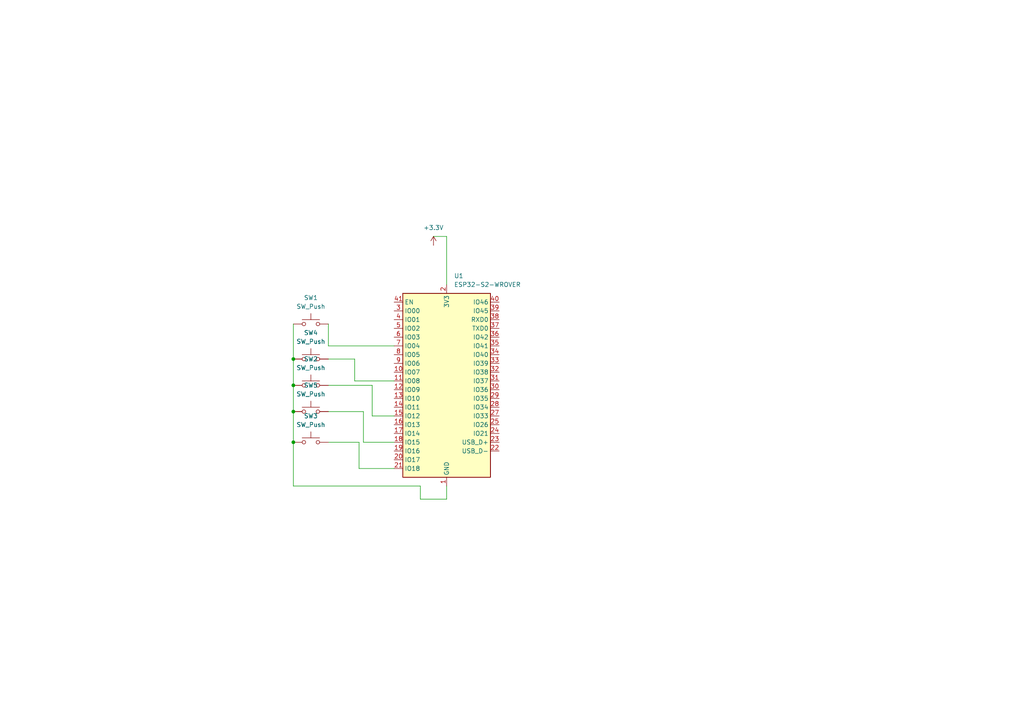
<source format=kicad_sch>
(kicad_sch (version 20250114) (generator "eeschema") (generator_version "9.0")
  (paper "A4")
  (lib_symbols
    (symbol "RF_Module:ESP32-S2-WROVER"
      (property "Reference" "U" (at -12.7 29.21 0))
      (property "Value" "ESP32-S2-WROVER" (at 2.54 29.21 0))
      (symbol "ESP32-S2-WROVER_0_1"
        (rectangle (start -12.7 27.94) (end 12.7 -25.4) (stroke (width 0.254)) (fill (type background)))
      )
      (symbol "ESP32-S2-WROVER_1_1"
        (pin input line (at -15.24 25.4 0) (length 2.54) (name "EN") (number "41"))
        (pin bidirectional line (at -15.24 22.86 0) (length 2.54) (name "IO00") (number "3"))
        (pin bidirectional line (at -15.24 20.32 0) (length 2.54) (name "IO01") (number "4"))
        (pin bidirectional line (at -15.24 17.78 0) (length 2.54) (name "IO02") (number "5"))
        (pin bidirectional line (at -15.24 15.24 0) (length 2.54) (name "IO03") (number "6"))
        (pin bidirectional line (at -15.24 12.7 0) (length 2.54) (name "IO04") (number "7"))
        (pin bidirectional line (at -15.24 10.16 0) (length 2.54) (name "IO05") (number "8"))
        (pin bidirectional line (at -15.24 7.62 0) (length 2.54) (name "IO06") (number "9"))
        (pin bidirectional line (at -15.24 5.08 0) (length 2.54) (name "IO07") (number "10"))
        (pin bidirectional line (at -15.24 2.54 0) (length 2.54) (name "IO08") (number "11"))
        (pin bidirectional line (at -15.24 0 0) (length 2.54) (name "IO09") (number "12"))
        (pin bidirectional line (at -15.24 -2.54 0) (length 2.54) (name "IO10") (number "13"))
        (pin bidirectional line (at -15.24 -5.08 0) (length 2.54) (name "IO11") (number "14"))
        (pin bidirectional line (at -15.24 -7.62 0) (length 2.54) (name "IO12") (number "15"))
        (pin bidirectional line (at -15.24 -10.16 0) (length 2.54) (name "IO13") (number "16"))
        (pin bidirectional line (at -15.24 -12.7 0) (length 2.54) (name "IO14") (number "17"))
        (pin bidirectional line (at -15.24 -15.24 0) (length 2.54) (name "IO15") (number "18"))
        (pin bidirectional line (at -15.24 -17.78 0) (length 2.54) (name "IO16") (number "19"))
        (pin bidirectional line (at -15.24 -20.32 0) (length 2.54) (name "IO17") (number "20"))
        (pin bidirectional line (at -15.24 -22.86 0) (length 2.54) (name "IO18") (number "21"))
        (pin power_in line (at 0 30.48 270) (length 2.54) (name "3V3") (number "2"))
        (pin power_in line (at 0 -27.94 90) (length 2.54) (name "GND") (number "1"))
        (pin passive line (at 0 -27.94 90) (length 2.54) (hide yes) (name "GND") (number "26"))
        (pin passive line (at 0 -27.94 90) (length 2.54) (hide yes) (name "GND") (number "42"))
        (pin passive line (at 0 -27.94 90) (length 2.54) (hide yes) (name "GND") (number "43"))
        (pin input line (at 15.24 25.4 180) (length 2.54) (name "IO46") (number "40"))
        (pin bidirectional line (at 15.24 22.86 180) (length 2.54) (name "IO45") (number "39"))
        (pin bidirectional line (at 15.24 20.32 180) (length 2.54) (name "RXD0") (number "38"))
        (pin bidirectional line (at 15.24 17.78 180) (length 2.54) (name "TXD0") (number "37"))
        (pin bidirectional line (at 15.24 15.24 180) (length 2.54) (name "IO42") (number "36"))
        (pin bidirectional line (at 15.24 12.7 180) (length 2.54) (name "IO41") (number "35"))
        (pin bidirectional line (at 15.24 10.16 180) (length 2.54) (name "IO40") (number "34"))
        (pin bidirectional line (at 15.24 7.62 180) (length 2.54) (name "IO39") (number "33"))
        (pin bidirectional line (at 15.24 5.08 180) (length 2.54) (name "IO38") (number "32"))
        (pin bidirectional line (at 15.24 2.54 180) (length 2.54) (name "IO37") (number "31"))
        (pin bidirectional line (at 15.24 0 180) (length 2.54) (name "IO36") (number "30"))
        (pin bidirectional line (at 15.24 -2.54 180) (length 2.54) (name "IO35") (number "29"))
        (pin bidirectional line (at 15.24 -5.08 180) (length 2.54) (name "IO34") (number "28"))
        (pin bidirectional line (at 15.24 -7.62 180) (length 2.54) (name "IO33") (number "27"))
        (pin bidirectional line (at 15.24 -10.16 180) (length 2.54) (name "IO26") (number "25"))
        (pin bidirectional line (at 15.24 -12.7 180) (length 2.54) (name "IO21") (number "24"))
        (pin bidirectional line (at 15.24 -15.24 180) (length 2.54) (name "USB_D+") (number "23"))
        (pin bidirectional line (at 15.24 -17.78 180) (length 2.54) (name "USB_D-") (number "22"))
      )
    )
    (symbol "Switch:SW_Push" (pin_numbers (hide yes)) (pin_names (offset 1.016) (hide yes))
      (property "Reference" "SW" (at 1.27 2.54 0))
      (property "Value" "SW_Push" (at 0 -1.524 0))
      (symbol "SW_Push_0_1"
        (circle (center -2.032 0) (radius 0.508))
        (polyline (pts (xy 0 1.27) (xy 0 3.048)))
        (circle (center 2.032 0) (radius 0.508))
        (polyline (pts (xy 2.54 1.27) (xy -2.54 1.27)))
        (pin passive line (at -5.08 0 0) (length 2.54) (name "1") (number "1"))
        (pin passive line (at 5.08 0 180) (length 2.54) (name "2") (number "2"))
      )
    )
    (symbol "power:+3.3V" (power) (pin_numbers (hide yes)) (pin_names (offset 0) (hide yes))
      (property "Value" "+3.3V" (at 0 3.556 0))
      (symbol "+3.3V_0_1"
        (polyline (pts (xy -0.762 1.27) (xy 0 2.54)))
        (polyline (pts (xy 0 2.54) (xy 0.762 1.27)))
        (polyline (pts (xy 0 0) (xy 0 2.54)))
      )
      (symbol "+3.3V_1_1"
        (pin power_in line (at 0 0 90) (length 0) (name "~") (number "1"))
      )
    )
  )
  (junction (at 85.09 104.14))
  (junction (at 85.09 119.38))
  (junction (at 85.09 111.76))
  (junction (at 85.09 128.27))
  (wire (pts (xy 95.25 104.14) (xy 102.87 104.14)))
  (wire (pts (xy 95.25 100.33) (xy 114.3 100.33)))
  (wire (pts (xy 104.14 135.89) (xy 114.3 135.89)))
  (wire (pts (xy 95.25 119.38) (xy 105.41 119.38)))
  (wire (pts (xy 121.92 140.97) (xy 121.92 144.78)))
  (wire (pts (xy 105.41 119.38) (xy 105.41 128.27)))
  (wire (pts (xy 85.09 111.76) (xy 85.09 119.38)))
  (wire (pts (xy 85.09 119.38) (xy 85.09 128.27)))
  (wire (pts (xy 95.25 128.27) (xy 104.14 128.27)))
  (wire (pts (xy 105.41 128.27) (xy 114.3 128.27)))
  (wire (pts (xy 102.87 110.49) (xy 114.3 110.49)))
  (wire (pts (xy 95.25 111.76) (xy 107.95 111.76)))
  (wire (pts (xy 129.54 144.78) (xy 129.54 140.97)))
  (wire (pts (xy 85.09 104.14) (xy 85.09 111.76)))
  (wire (pts (xy 129.54 68.58) (xy 129.54 82.55)))
  (wire (pts (xy 125.73 68.58) (xy 129.54 68.58)))
  (wire (pts (xy 107.95 111.76) (xy 107.95 120.65)))
  (wire (pts (xy 104.14 128.27) (xy 104.14 135.89)))
  (wire (pts (xy 85.09 128.27) (xy 85.09 140.97)))
  (wire (pts (xy 107.95 120.65) (xy 114.3 120.65)))
  (wire (pts (xy 95.25 93.98) (xy 95.25 100.33)))
  (wire (pts (xy 85.09 140.97) (xy 121.92 140.97)))
  (wire (pts (xy 102.87 104.14) (xy 102.87 110.49)))
  (wire (pts (xy 85.09 93.98) (xy 85.09 104.14)))
  (wire (pts (xy 121.92 144.78) (xy 129.54 144.78)))
  (symbol (lib_id "Switch:SW_Push") (at 90.17 119.38 0) (unit 1)
    (property "Reference" "SW5" (at 90.17 111.76 0))
    (property "Value" "SW_Push" (at 90.17 114.3 0))
    (property "Footprint" "Button_Switch_SMD:SW_SPST_PTS645" (effects (hide yes)))
    (property "Description" "Push button switch, generic, two pins" (effects (hide yes)))
  )
  (symbol (lib_id "power:+3.3V") (at 125.73 71.12 0) (unit 1)
    (property "Reference" "#PWR01" (effects (hide yes)))
    (property "Value" "+3.3V" (at 125.73 66.04 0))
    (property "Description" "Power symbol creates a global label with name \"+3.3V\"" (effects (hide yes)))
  )
  (symbol (lib_id "Switch:SW_Push") (at 90.17 104.14 0) (unit 1)
    (property "Reference" "SW4" (at 90.17 96.52 0))
    (property "Value" "SW_Push" (at 90.17 99.06 0))
    (property "Footprint" "Button_Switch_SMD:SW_SPST_PTS645" (effects (hide yes)))
    (property "Description" "Push button switch, generic, two pins" (effects (hide yes)))
  )
  (symbol (lib_id "Switch:SW_Push") (at 90.17 128.27 0) (unit 1)
    (property "Reference" "SW3" (at 90.17 120.65 0))
    (property "Value" "SW_Push" (at 90.17 123.19 0))
    (property "Footprint" "Button_Switch_SMD:SW_SPST_PTS645" (effects (hide yes)))
    (property "Description" "Push button switch, generic, two pins" (effects (hide yes)))
  )
  (symbol (lib_id "Switch:SW_Push") (at 90.17 93.98 0) (unit 1)
    (property "Reference" "SW1" (at 90.17 86.36 0))
    (property "Value" "SW_Push" (at 90.17 88.9 0))
    (property "Footprint" "Button_Switch_SMD:SW_SPST_PTS645" (effects (hide yes)))
    (property "Description" "Push button switch, generic, two pins" (effects (hide yes)))
  )
  (symbol (lib_id "Switch:SW_Push") (at 90.17 111.76 0) (unit 1)
    (property "Reference" "SW2" (at 90.17 104.14 0))
    (property "Value" "SW_Push" (at 90.17 106.68 0))
    (property "Footprint" "Button_Switch_SMD:SW_SPST_PTS645" (effects (hide yes)))
    (property "Description" "Push button switch, generic, two pins" (effects (hide yes)))
  )
  (symbol (lib_id "RF_Module:ESP32-S2-WROVER") (at 129.54 113.03 0) (unit 1)
    (property "Reference" "U1" (at 131.6833 80.01 0) (effects (justify left)))
    (property "Value" "ESP32-S2-WROVER" (at 131.6833 82.55 0) (effects (justify left)))
    (property "Footprint" "RF_Module:ESP32-S2-WROVER" (effects (hide yes)))
    (property "Datasheet" "https://www.espressif.com/sites/default/files/documentation/esp32-s2-wroom_esp32-s2-wroom-i_datasheet_en.pdf" (effects (hide yes)))
    (property "Description" "RF Module, ESP32-D0WDQ6 SoC, Wi-Fi 802.11b/g/n, 32-bit, 2.7-3.6V, onboard antenna, SMD" (effects (hide yes)))
  )
)
</source>
